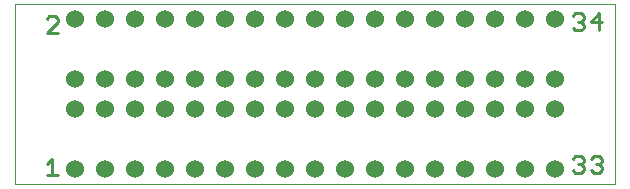
<source format=gtl>
G75*
G70*
%OFA0B0*%
%FSLAX24Y24*%
%IPPOS*%
%LPD*%
%AMOC8*
5,1,8,0,0,1.08239X$1,22.5*
%
%ADD10C,0.0000*%
%ADD11C,0.0100*%
%ADD12C,0.0600*%
D10*
X000125Y000130D02*
X000125Y006130D01*
X020125Y006130D01*
X020125Y000130D01*
X000125Y000130D01*
D11*
X001175Y000430D02*
X001549Y000430D01*
X001362Y000430D02*
X001362Y000990D01*
X001175Y000804D01*
X001175Y005180D02*
X001549Y005554D01*
X001549Y005647D01*
X001455Y005740D01*
X001268Y005740D01*
X001175Y005647D01*
X001175Y005180D02*
X001549Y005180D01*
X018710Y005363D02*
X018803Y005270D01*
X018990Y005270D01*
X019083Y005363D01*
X019083Y005457D01*
X018990Y005550D01*
X018896Y005550D01*
X018990Y005550D02*
X019083Y005644D01*
X019083Y005737D01*
X018990Y005830D01*
X018803Y005830D01*
X018710Y005737D01*
X019317Y005550D02*
X019691Y005550D01*
X019598Y005830D02*
X019317Y005550D01*
X019598Y005270D02*
X019598Y005830D01*
X019598Y001080D02*
X019411Y001080D01*
X019317Y000987D01*
X019083Y000987D02*
X019083Y000894D01*
X018990Y000800D01*
X019083Y000707D01*
X019083Y000613D01*
X018990Y000520D01*
X018803Y000520D01*
X018710Y000613D01*
X018896Y000800D02*
X018990Y000800D01*
X019083Y000987D02*
X018990Y001080D01*
X018803Y001080D01*
X018710Y000987D01*
X019504Y000800D02*
X019598Y000800D01*
X019691Y000707D01*
X019691Y000613D01*
X019598Y000520D01*
X019411Y000520D01*
X019317Y000613D01*
X019598Y000800D02*
X019691Y000894D01*
X019691Y000987D01*
X019598Y001080D01*
D12*
X018125Y000630D03*
X017125Y000630D03*
X016125Y000630D03*
X015125Y000630D03*
X014125Y000630D03*
X013125Y000630D03*
X012125Y000630D03*
X011125Y000630D03*
X010125Y000630D03*
X009125Y000630D03*
X008125Y000630D03*
X007125Y000630D03*
X006125Y000630D03*
X005125Y000630D03*
X004125Y000630D03*
X003125Y000630D03*
X002125Y000630D03*
X002125Y002630D03*
X003125Y002630D03*
X004125Y002630D03*
X005125Y002630D03*
X006125Y002630D03*
X007125Y002630D03*
X008125Y002630D03*
X009125Y002630D03*
X010125Y002630D03*
X011125Y002630D03*
X012125Y002630D03*
X013125Y002630D03*
X014125Y002630D03*
X015125Y002630D03*
X016125Y002630D03*
X017125Y002630D03*
X018125Y002630D03*
X018125Y003630D03*
X017125Y003630D03*
X016125Y003630D03*
X015125Y003630D03*
X014125Y003630D03*
X013125Y003630D03*
X012125Y003630D03*
X011125Y003630D03*
X010125Y003630D03*
X009125Y003630D03*
X008125Y003630D03*
X007125Y003630D03*
X006125Y003630D03*
X005125Y003630D03*
X004125Y003630D03*
X003125Y003630D03*
X002125Y003630D03*
X002125Y005630D03*
X003125Y005630D03*
X004125Y005630D03*
X005125Y005630D03*
X006125Y005630D03*
X007125Y005630D03*
X008125Y005630D03*
X009125Y005630D03*
X010125Y005630D03*
X011125Y005630D03*
X012125Y005630D03*
X013125Y005630D03*
X014125Y005630D03*
X015125Y005630D03*
X016125Y005630D03*
X017125Y005630D03*
X018125Y005630D03*
M02*

</source>
